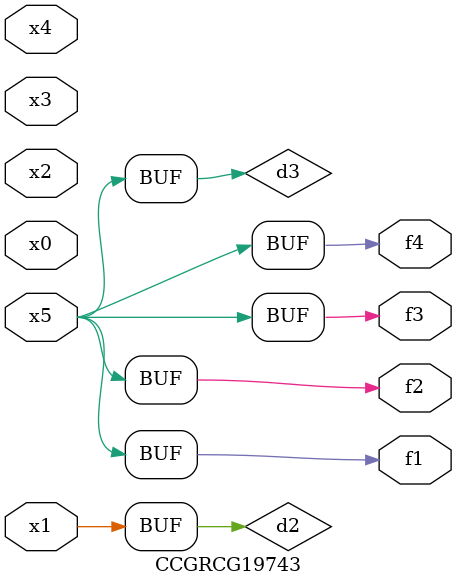
<source format=v>
module CCGRCG19743(
	input x0, x1, x2, x3, x4, x5,
	output f1, f2, f3, f4
);

	wire d1, d2, d3;

	not (d1, x5);
	or (d2, x1);
	xnor (d3, d1);
	assign f1 = d3;
	assign f2 = d3;
	assign f3 = d3;
	assign f4 = d3;
endmodule

</source>
